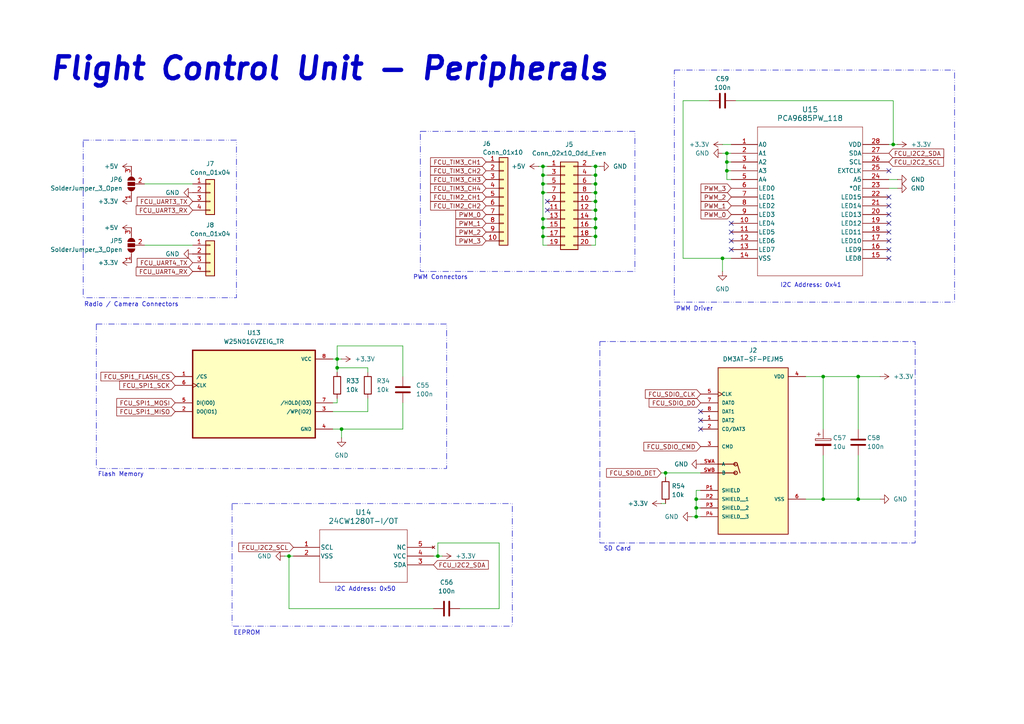
<source format=kicad_sch>
(kicad_sch (version 20250114) (generator "eeschema") (generator_version "9.0")
  (paper "A4")
  (title_block (title "Flight Control Unit - Peripherals") (rev "0.1.2") (company "Breno Soares Alves"))
  (lib_symbols
    (symbol "Aircraft_Components:24CW1280T-I_OT" (pin_names (offset 0.254))
      (property "Reference" "U" (at 20.32 10.16 0))
      (property "Value" "24CW1280T-I/OT" (at 20.32 7.62 0))
      (symbol "24CW1280T-I_OT_0_1"
        (polyline (pts (xy 7.62 5.08) (xy 7.62 -10.16)) (stroke (width 0.127)))
        (polyline (pts (xy 7.62 -10.16) (xy 33.02 -10.16)) (stroke (width 0.127)))
        (polyline (pts (xy 33.02 5.08) (xy 7.62 5.08)) (stroke (width 0.127)))
        (polyline (pts (xy 33.02 -10.16) (xy 33.02 5.08)) (stroke (width 0.127)))
        (pin unspecified line (at 0 0 0) (length 7.62) (name "SCL") (number "1"))
        (pin power_out line (at 0 -2.54 0) (length 7.62) (name "VSS") (number "2"))
        (pin no_connect line (at 40.64 0 180) (length 7.62) (name "NC") (number "5"))
        (pin power_in line (at 40.64 -2.54 180) (length 7.62) (name "VCC") (number "4"))
        (pin unspecified line (at 40.64 -5.08 180) (length 7.62) (name "SDA") (number "3"))
      )
    )
    (symbol "Aircraft_Components:DM3AT-SF-PEJM5" (pin_names (offset 1.016))
      (property "Reference" "J" (at -10.16 20.828 0))
      (property "Value" "DM3AT-SF-PEJM5" (at -10.16 -30.48 0))
      (symbol "DM3AT-SF-PEJM5_0_0"
        (polyline (pts (xy -10.16 -7.62) (xy -5.08 -7.62)) (stroke (width 0.254)))
        (polyline (pts (xy -10.16 -10.16) (xy -5.08 -10.16)) (stroke (width 0.254)))
        (rectangle (start -10.16 -27.94) (end 10.16 20.32) (stroke (width 0.254)) (fill (type background)))
        (circle (center -5.08 -7.62) (radius 0.508) (stroke (width 0.254)))
        (circle (center -5.08 -10.16) (radius 0.508) (stroke (width 0.254)))
        (polyline (pts (xy -4.572 -7.62) (xy -3.81 -10.16)) (stroke (width 0.254)))
        (pin bidirectional clock (at -15.24 12.7 0) (length 5.08) (name "CLK") (number "5"))
        (pin bidirectional line (at -15.24 10.16 0) (length 5.08) (name "DAT0") (number "7"))
        (pin bidirectional line (at -15.24 7.62 0) (length 5.08) (name "DAT1") (number "8"))
        (pin bidirectional line (at -15.24 5.08 0) (length 5.08) (name "DAT2") (number "1"))
        (pin bidirectional line (at -15.24 2.54 0) (length 5.08) (name "CD/DAT3") (number "2"))
        (pin bidirectional line (at -15.24 -2.54 0) (length 5.08) (name "CMD") (number "3"))
        (pin bidirectional line (at -15.24 -7.62 0) (length 5.08) (name "A") (number "SWA"))
        (pin bidirectional line (at -15.24 -10.16 0) (length 5.08) (name "B") (number "SWB"))
        (pin passive line (at -15.24 -15.24 0) (length 5.08) (name "SHIELD") (number "P1"))
        (pin passive line (at -15.24 -17.78 0) (length 5.08) (name "SHIELD__1") (number "P2"))
        (pin passive line (at -15.24 -20.32 0) (length 5.08) (name "SHIELD__2") (number "P3"))
        (pin passive line (at -15.24 -22.86 0) (length 5.08) (name "SHIELD__3") (number "P4"))
        (pin power_in line (at 15.24 17.78 180) (length 5.08) (name "VDD") (number "4"))
        (pin power_in line (at 15.24 -17.78 180) (length 5.08) (name "VSS") (number "6"))
      )
    )
    (symbol "Aircraft_Components:PCA9685PW_118" (pin_names (offset 0.254))
      (property "Reference" "U" (at 22.86 10.16 0))
      (property "Value" "PCA9685PW_118" (at 22.86 7.62 0))
      (symbol "PCA9685PW_118_0_1"
        (polyline (pts (xy 7.62 5.08) (xy 7.62 -38.1)) (stroke (width 0.127)))
        (polyline (pts (xy 7.62 -38.1) (xy 38.1 -38.1)) (stroke (width 0.127)))
        (polyline (pts (xy 38.1 5.08) (xy 7.62 5.08)) (stroke (width 0.127)))
        (polyline (pts (xy 38.1 -38.1) (xy 38.1 5.08)) (stroke (width 0.127)))
        (pin input line (at 0 0 0) (length 7.62) (name "A0") (number "1"))
        (pin input line (at 0 -2.54 0) (length 7.62) (name "A1") (number "2"))
        (pin output line (at 0 -5.08 0) (length 7.62) (name "A2") (number "3"))
        (pin output line (at 0 -7.62 0) (length 7.62) (name "A3") (number "4"))
        (pin output line (at 0 -10.16 0) (length 7.62) (name "A4") (number "5"))
        (pin output line (at 0 -12.7 0) (length 7.62) (name "LED0") (number "6"))
        (pin output line (at 0 -15.24 0) (length 7.62) (name "LED1") (number "7"))
        (pin output line (at 0 -17.78 0) (length 7.62) (name "LED2") (number "8"))
        (pin output line (at 0 -20.32 0) (length 7.62) (name "LED3") (number "9"))
        (pin output line (at 0 -22.86 0) (length 7.62) (name "LED4") (number "10"))
        (pin power_out line (at 0 -25.4 0) (length 7.62) (name "LED5") (number "11"))
        (pin output line (at 0 -27.94 0) (length 7.62) (name "LED6") (number "12"))
        (pin output line (at 0 -30.48 0) (length 7.62) (name "LED7") (number "13"))
        (pin output line (at 0 -33.02 0) (length 7.62) (name "VSS") (number "14"))
        (pin input line (at 45.72 0 180) (length 7.62) (name "VDD") (number "28"))
        (pin input line (at 45.72 -2.54 180) (length 7.62) (name "SDA") (number "27"))
        (pin input line (at 45.72 -5.08 180) (length 7.62) (name "SCL") (number "26"))
        (pin power_in line (at 45.72 -7.62 180) (length 7.62) (name "EXTCLK") (number "25"))
        (pin bidirectional line (at 45.72 -10.16 180) (length 7.62) (name "A5") (number "24"))
        (pin input line (at 45.72 -12.7 180) (length 7.62) (name "*OE") (number "23"))
        (pin input line (at 45.72 -15.24 180) (length 7.62) (name "LED15") (number "22"))
        (pin bidirectional line (at 45.72 -17.78 180) (length 7.62) (name "LED14") (number "21"))
        (pin input line (at 45.72 -20.32 180) (length 7.62) (name "LED13") (number "20"))
        (pin output line (at 45.72 -22.86 180) (length 7.62) (name "LED12") (number "19"))
        (pin output line (at 45.72 -25.4 180) (length 7.62) (name "LED11") (number "18"))
        (pin output line (at 45.72 -27.94 180) (length 7.62) (name "LED10") (number "17"))
        (pin output line (at 45.72 -30.48 180) (length 7.62) (name "LED9") (number "16"))
        (pin output line (at 45.72 -33.02 180) (length 7.62) (name "LED8") (number "15"))
      )
    )
    (symbol "Aircraft_Components:W25N01GVZEIG_TR" (pin_names (offset 1.016))
      (property "Reference" "U" (at -17.78 13.7 0))
      (property "Value" "W25N01GVZEIG_TR" (at -17.78 -16.7 0))
      (symbol "W25N01GVZEIG_TR_0_0"
        (rectangle (start -17.78 12.7) (end 17.78 -12.7) (stroke (width 0.41)) (fill (type background)))
        (pin input line (at -22.86 5.08 0) (length 5.08) (name "/CS") (number "1"))
        (pin input clock (at -22.86 2.54 0) (length 5.08) (name "CLK") (number "6"))
        (pin bidirectional line (at -22.86 -2.54 0) (length 5.08) (name "DI(IO0)") (number "5"))
        (pin bidirectional line (at -22.86 -5.08 0) (length 5.08) (name "DO(IO1)") (number "2"))
        (pin power_in line (at 22.86 10.16 180) (length 5.08) (name "VCC") (number "8"))
        (pin bidirectional line (at 22.86 -2.54 180) (length 5.08) (name "/HOLD(IO3)") (number "7"))
        (pin bidirectional line (at 22.86 -5.08 180) (length 5.08) (name "/WP(IO2)") (number "3"))
        (pin power_in line (at 22.86 -10.16 180) (length 5.08) (name "GND") (number "4"))
      )
    )
    (symbol "Connector_Generic:Conn_01x04" (pin_names (offset 1.016) (hide yes))
      (property "Reference" "J" (at 0 5.08 0))
      (property "Value" "Conn_01x04" (at 0 -7.62 0))
      (symbol "Conn_01x04_1_1"
        (rectangle (start -1.27 3.81) (end 1.27 -6.35) (stroke (width 0.254)) (fill (type background)))
        (rectangle (start -1.27 2.667) (end 0 2.413) (stroke (width 0.1524)))
        (rectangle (start -1.27 0.127) (end 0 -0.127) (stroke (width 0.1524)))
        (rectangle (start -1.27 -2.413) (end 0 -2.667) (stroke (width 0.1524)))
        (rectangle (start -1.27 -4.953) (end 0 -5.207) (stroke (width 0.1524)))
        (pin passive line (at -5.08 2.54 0) (length 3.81) (name "Pin_1") (number "1"))
        (pin passive line (at -5.08 0 0) (length 3.81) (name "Pin_2") (number "2"))
        (pin passive line (at -5.08 -2.54 0) (length 3.81) (name "Pin_3") (number "3"))
        (pin passive line (at -5.08 -5.08 0) (length 3.81) (name "Pin_4") (number "4"))
      )
    )
    (symbol "Connector_Generic:Conn_01x10" (pin_names (offset 1.016) (hide yes))
      (property "Reference" "J" (at 0 12.7 0))
      (property "Value" "Conn_01x10" (at 0 -15.24 0))
      (symbol "Conn_01x10_1_1"
        (rectangle (start -1.27 11.43) (end 1.27 -13.97) (stroke (width 0.254)) (fill (type background)))
        (rectangle (start -1.27 10.287) (end 0 10.033) (stroke (width 0.1524)))
        (rectangle (start -1.27 7.747) (end 0 7.493) (stroke (width 0.1524)))
        (rectangle (start -1.27 5.207) (end 0 4.953) (stroke (width 0.1524)))
        (rectangle (start -1.27 2.667) (end 0 2.413) (stroke (width 0.1524)))
        (rectangle (start -1.27 0.127) (end 0 -0.127) (stroke (width 0.1524)))
        (rectangle (start -1.27 -2.413) (end 0 -2.667) (stroke (width 0.1524)))
        (rectangle (start -1.27 -4.953) (end 0 -5.207) (stroke (width 0.1524)))
        (rectangle (start -1.27 -7.493) (end 0 -7.747) (stroke (width 0.1524)))
        (rectangle (start -1.27 -10.033) (end 0 -10.287) (stroke (width 0.1524)))
        (rectangle (start -1.27 -12.573) (end 0 -12.827) (stroke (width 0.1524)))
        (pin passive line (at -5.08 10.16 0) (length 3.81) (name "Pin_1") (number "1"))
        (pin passive line (at -5.08 7.62 0) (length 3.81) (name "Pin_2") (number "2"))
        (pin passive line (at -5.08 5.08 0) (length 3.81) (name "Pin_3") (number "3"))
        (pin passive line (at -5.08 2.54 0) (length 3.81) (name "Pin_4") (number "4"))
        (pin passive line (at -5.08 0 0) (length 3.81) (name "Pin_5") (number "5"))
        (pin passive line (at -5.08 -2.54 0) (length 3.81) (name "Pin_6") (number "6"))
        (pin passive line (at -5.08 -5.08 0) (length 3.81) (name "Pin_7") (number "7"))
        (pin passive line (at -5.08 -7.62 0) (length 3.81) (name "Pin_8") (number "8"))
        (pin passive line (at -5.08 -10.16 0) (length 3.81) (name "Pin_9") (number "9"))
        (pin passive line (at -5.08 -12.7 0) (length 3.81) (name "Pin_10") (number "10"))
      )
    )
    (symbol "Connector_Generic:Conn_02x10_Odd_Even" (pin_names (offset 1.016) (hide yes))
      (property "Reference" "J" (at 1.27 12.7 0))
      (property "Value" "Conn_02x10_Odd_Even" (at 1.27 -15.24 0))
      (symbol "Conn_02x10_Odd_Even_1_1"
        (rectangle (start -1.27 11.43) (end 3.81 -13.97) (stroke (width 0.254)) (fill (type background)))
        (rectangle (start -1.27 10.287) (end 0 10.033) (stroke (width 0.1524)))
        (rectangle (start -1.27 7.747) (end 0 7.493) (stroke (width 0.1524)))
        (rectangle (start -1.27 5.207) (end 0 4.953) (stroke (width 0.1524)))
        (rectangle (start -1.27 2.667) (end 0 2.413) (stroke (width 0.1524)))
        (rectangle (start -1.27 0.127) (end 0 -0.127) (stroke (width 0.1524)))
        (rectangle (start -1.27 -2.413) (end 0 -2.667) (stroke (width 0.1524)))
        (rectangle (start -1.27 -4.953) (end 0 -5.207) (stroke (width 0.1524)))
        (rectangle (start -1.27 -7.493) (end 0 -7.747) (stroke (width 0.1524)))
        (rectangle (start -1.27 -10.033) (end 0 -10.287) (stroke (width 0.1524)))
        (rectangle (start -1.27 -12.573) (end 0 -12.827) (stroke (width 0.1524)))
        (rectangle (start 3.81 10.287) (end 2.54 10.033) (stroke (width 0.1524)))
        (rectangle (start 3.81 7.747) (end 2.54 7.493) (stroke (width 0.1524)))
        (rectangle (start 3.81 5.207) (end 2.54 4.953) (stroke (width 0.1524)))
        (rectangle (start 3.81 2.667) (end 2.54 2.413) (stroke (width 0.1524)))
        (rectangle (start 3.81 0.127) (end 2.54 -0.127) (stroke (width 0.1524)))
        (rectangle (start 3.81 -2.413) (end 2.54 -2.667) (stroke (width 0.1524)))
        (rectangle (start 3.81 -4.953) (end 2.54 -5.207) (stroke (width 0.1524)))
        (rectangle (start 3.81 -7.493) (end 2.54 -7.747) (stroke (width 0.1524)))
        (rectangle (start 3.81 -10.033) (end 2.54 -10.287) (stroke (width 0.1524)))
        (rectangle (start 3.81 -12.573) (end 2.54 -12.827) (stroke (width 0.1524)))
        (pin passive line (at -5.08 10.16 0) (length 3.81) (name "Pin_1") (number "1"))
        (pin passive line (at -5.08 7.62 0) (length 3.81) (name "Pin_3") (number "3"))
        (pin passive line (at -5.08 5.08 0) (length 3.81) (name "Pin_5") (number "5"))
        (pin passive line (at -5.08 2.54 0) (length 3.81) (name "Pin_7") (number "7"))
        (pin passive line (at -5.08 0 0) (length 3.81) (name "Pin_9") (number "9"))
        (pin passive line (at -5.08 -2.54 0) (length 3.81) (name "Pin_11") (number "11"))
        (pin passive line (at -5.08 -5.08 0) (length 3.81) (name "Pin_13") (number "13"))
        (pin passive line (at -5.08 -7.62 0) (length 3.81) (name "Pin_15") (number "15"))
        (pin passive line (at -5.08 -10.16 0) (length 3.81) (name "Pin_17") (number "17"))
        (pin passive line (at -5.08 -12.7 0) (length 3.81) (name "Pin_19") (number "19"))
        (pin passive line (at 7.62 10.16 180) (length 3.81) (name "Pin_2") (number "2"))
        (pin passive line (at 7.62 7.62 180) (length 3.81) (name "Pin_4") (number "4"))
        (pin passive line (at 7.62 5.08 180) (length 3.81) (name "Pin_6") (number "6"))
        (pin passive line (at 7.62 2.54 180) (length 3.81) (name "Pin_8") (number "8"))
        (pin passive line (at 7.62 0 180) (length 3.81) (name "Pin_10") (number "10"))
        (pin passive line (at 7.62 -2.54 180) (length 3.81) (name "Pin_12") (number "12"))
        (pin passive line (at 7.62 -5.08 180) (length 3.81) (name "Pin_14") (number "14"))
        (pin passive line (at 7.62 -7.62 180) (length 3.81) (name "Pin_16") (number "16"))
        (pin passive line (at 7.62 -10.16 180) (length 3.81) (name "Pin_18") (number "18"))
        (pin passive line (at 7.62 -12.7 180) (length 3.81) (name "Pin_20") (number "20"))
      )
    )
    (symbol "Device:C" (pin_numbers (hide yes)) (pin_names (offset 0.254))
      (property "Reference" "C" (at 0.635 2.54 0))
      (property "Value" "C" (at 0.635 -2.54 0))
      (symbol "C_0_1"
        (polyline (pts (xy -2.032 0.762) (xy 2.032 0.762)) (stroke (width 0.508)))
        (polyline (pts (xy -2.032 -0.762) (xy 2.032 -0.762)) (stroke (width 0.508)))
      )
      (symbol "C_1_1"
        (pin passive line (at 0 3.81 270) (length 2.794) (name "~") (number "1"))
        (pin passive line (at 0 -3.81 90) (length 2.794) (name "~") (number "2"))
      )
    )
    (symbol "Device:C_Polarized" (pin_numbers (hide yes)) (pin_names (offset 0.254))
      (property "Reference" "C" (at 0.635 2.54 0))
      (property "Value" "C_Polarized" (at 0.635 -2.54 0))
      (symbol "C_Polarized_0_1"
        (rectangle (start -2.286 0.508) (end 2.286 1.016))
        (polyline (pts (xy -1.778 2.286) (xy -0.762 2.286)))
        (polyline (pts (xy -1.27 2.794) (xy -1.27 1.778)))
        (rectangle (start 2.286 -0.508) (end -2.286 -1.016) (fill (type outline)))
      )
      (symbol "C_Polarized_1_1"
        (pin passive line (at 0 3.81 270) (length 2.794) (name "~") (number "1"))
        (pin passive line (at 0 -3.81 90) (length 2.794) (name "~") (number "2"))
      )
    )
    (symbol "Device:R" (pin_numbers (hide yes)) (pin_names (offset 0))
      (property "Reference" "R" (at 2.032 0 90))
      (property "Value" "R" (at 0 0 90))
      (symbol "R_0_1"
        (rectangle (start -1.016 -2.54) (end 1.016 2.54) (stroke (width 0.254)))
      )
      (symbol "R_1_1"
        (pin passive line (at 0 3.81 270) (length 1.27) (name "~") (number "1"))
        (pin passive line (at 0 -3.81 90) (length 1.27) (name "~") (number "2"))
      )
    )
    (symbol "Jumper:SolderJumper_3_Open" (pin_names (offset 0) (hide yes)) (in_bom no)
      (property "Reference" "JP" (at -2.54 -2.54 0))
      (property "Value" "SolderJumper_3_Open" (at 0 2.794 0))
      (symbol "SolderJumper_3_Open_0_1"
        (polyline (pts (xy -2.54 0) (xy -2.032 0)))
        (polyline (pts (xy -1.016 1.016) (xy -1.016 -1.016)))
        (arc (start -1.016 -1.016) (mid -2.0276 0) (end -1.016 1.016))
        (arc (start -1.016 -1.016) (mid -2.0276 0) (end -1.016 1.016) (fill (type outline)))
        (rectangle (start -0.508 1.016) (end 0.508 -1.016) (fill (type outline)))
        (polyline (pts (xy 0 -1.27) (xy 0 -1.016)))
        (arc (start 1.016 1.016) (mid 2.0276 0) (end 1.016 -1.016))
        (arc (start 1.016 1.016) (mid 2.0276 0) (end 1.016 -1.016) (fill (type outline)))
        (polyline (pts (xy 1.016 1.016) (xy 1.016 -1.016)))
        (polyline (pts (xy 2.54 0) (xy 2.032 0)))
      )
      (symbol "SolderJumper_3_Open_1_1"
        (pin passive line (at -5.08 0 0) (length 2.54) (name "A") (number "1"))
        (pin passive line (at 0 -3.81 90) (length 2.54) (name "C") (number "2"))
        (pin passive line (at 5.08 0 180) (length 2.54) (name "B") (number "3"))
      )
    )
    (symbol "power:+3.3V" (power) (pin_numbers (hide yes)) (pin_names (offset 0) (hide yes))
      (property "Value" "+3.3V" (at 0 3.556 0))
      (symbol "+3.3V_0_1"
        (polyline (pts (xy -0.762 1.27) (xy 0 2.54)))
        (polyline (pts (xy 0 2.54) (xy 0.762 1.27)))
        (polyline (pts (xy 0 0) (xy 0 2.54)))
      )
      (symbol "+3.3V_1_1"
        (pin power_in line (at 0 0 90) (length 0) (name "~") (number "1"))
      )
    )
    (symbol "power:+5V" (power) (pin_numbers (hide yes)) (pin_names (offset 0) (hide yes))
      (property "Value" "+5V" (at 0 3.556 0))
      (symbol "+5V_0_1"
        (polyline (pts (xy -0.762 1.27) (xy 0 2.54)))
        (polyline (pts (xy 0 2.54) (xy 0.762 1.27)))
        (polyline (pts (xy 0 0) (xy 0 2.54)))
      )
      (symbol "+5V_1_1"
        (pin power_in line (at 0 0 90) (length 0) (name "~") (number "1"))
      )
    )
    (symbol "power:GND" (power) (pin_numbers (hide yes)) (pin_names (offset 0) (hide yes))
      (property "Value" "GND" (at 0 -3.81 0))
      (symbol "GND_0_1"
        (polyline (pts (xy 0 0) (xy 0 -1.27) (xy 1.27 -1.27) (xy 0 -2.54) (xy -1.27 -1.27) (xy 0 -1.27)))
      )
      (symbol "GND_1_1"
        (pin power_in line (at 0 0 270) (length 0) (name "~") (number "1"))
      )
    )
  )
  (rectangle (start 27.94 93.98) (end 129.54 135.89) (stroke (width 0) (type dash_dot_dot)))
  (rectangle (start 173.99 99.06) (end 265.43 157.48) (stroke (width 0) (type dash_dot)))
  (rectangle (start 24.13 40.64) (end 68.58 86.36) (stroke (width 0) (type dash_dot_dot)))
  (rectangle (start 67.31 146.05) (end 148.59 181.61) (stroke (width 0) (type dash_dot_dot)))
  (rectangle (start 195.58 20.32) (end 276.86 87.63) (stroke (width 0) (type dash_dot_dot)))
  (rectangle (start 121.92 38.1) (end 184.15 78.74) (stroke (width 0) (type dash_dot_dot)))
  (text "I2C Address: 0x50" (at 105.918 170.942 0) (effects (font (size 1.27 1.27))))
  (text "I2C Address: 0x41" (at 235.204 82.804 0) (effects (font (size 1.27 1.27))))
  (text "Radio / Camera Connectors" (at 38.1 88.392 0) (effects (font (size 1.27 1.27))))
  (text "SD Card\n" (at 179.07 159.258 0) (effects (font (size 1.27 1.27))))
  (text "PWM Driver" (at 201.422 89.662 0) (effects (font (size 1.27 1.27))))
  (text "PWM Connectors" (at 127.762 80.518 0) (effects (font (size 1.27 1.27))))
  (text "Flash Memory" (at 35.052 137.668 0) (effects (font (size 1.27 1.27))))
  (text "Flight Control Unit - Peripherals" (at 95.504 20.066 0) (effects (font (size 6.35 6.35) (thickness 1.27) (bold yes) (italic yes))))
  (text "EEPROM" (at 71.628 183.642 0) (effects (font (size 1.27 1.27))))
  (junction (at 97.79 106.68))
  (junction (at 83.82 161.29))
  (junction (at 157.48 50.8))
  (junction (at 157.48 48.26))
  (junction (at 172.72 48.26))
  (junction (at 157.48 68.58))
  (junction (at 172.72 58.42))
  (junction (at 172.72 55.88))
  (junction (at 210.82 46.99))
  (junction (at 238.76 109.22))
  (junction (at 201.93 149.86))
  (junction (at 172.72 60.96))
  (junction (at 238.76 144.78))
  (junction (at 210.82 49.53))
  (junction (at 127 161.29))
  (junction (at 201.93 147.32))
  (junction (at 248.92 109.22))
  (junction (at 259.08 41.91))
  (junction (at 97.79 104.14))
  (junction (at 99.06 124.46))
  (junction (at 201.93 144.78))
  (junction (at 209.55 74.93))
  (junction (at 157.48 66.04))
  (junction (at 172.72 63.5))
  (junction (at 157.48 63.5))
  (junction (at 157.48 55.88))
  (junction (at 193.04 137.16))
  (junction (at 248.92 144.78))
  (junction (at 157.48 53.34))
  (junction (at 172.72 66.04))
  (junction (at 172.72 53.34))
  (junction (at 210.82 44.45))
  (junction (at 172.72 50.8))
  (junction (at 172.72 68.58))
  (no_connect (at 203.2 119.38))
  (no_connect (at 203.2 121.92))
  (no_connect (at 257.81 74.93))
  (no_connect (at 257.81 64.77))
  (no_connect (at 158.75 58.42))
  (no_connect (at 257.81 57.15))
  (no_connect (at 203.2 124.46))
  (no_connect (at 212.09 64.77))
  (no_connect (at 212.09 67.31))
  (no_connect (at 158.75 60.96))
  (no_connect (at 257.81 49.53))
  (no_connect (at 257.81 67.31))
  (no_connect (at 212.09 69.85))
  (no_connect (at 212.09 72.39))
  (no_connect (at 257.81 69.85))
  (no_connect (at 257.81 59.69))
  (no_connect (at 257.81 72.39))
  (no_connect (at 257.81 62.23))
  (wire (pts (xy 193.04 137.16) (xy 193.04 138.43)))
  (wire (pts (xy 201.93 144.78) (xy 201.93 142.24)))
  (wire (pts (xy 96.52 104.14) (xy 97.79 104.14)))
  (wire (pts (xy 82.55 161.29) (xy 83.82 161.29)))
  (wire (pts (xy 127 157.48) (xy 144.78 157.48)))
  (wire (pts (xy 157.48 66.04) (xy 158.75 66.04)))
  (wire (pts (xy 210.82 52.07) (xy 212.09 52.07)))
  (wire (pts (xy 171.45 58.42) (xy 172.72 58.42)))
  (wire (pts (xy 157.48 55.88) (xy 157.48 63.5)))
  (wire (pts (xy 97.79 106.68) (xy 97.79 107.95)))
  (wire (pts (xy 99.06 124.46) (xy 116.84 124.46)))
  (wire (pts (xy 210.82 49.53) (xy 212.09 49.53)))
  (wire (pts (xy 157.48 53.34) (xy 158.75 53.34)))
  (wire (pts (xy 200.66 149.86) (xy 201.93 149.86)))
  (wire (pts (xy 209.55 44.45) (xy 210.82 44.45)))
  (wire (pts (xy 201.93 147.32) (xy 201.93 144.78)))
  (wire (pts (xy 157.48 48.26) (xy 158.75 48.26)))
  (wire (pts (xy 201.93 144.78) (xy 203.2 144.78)))
  (wire (pts (xy 191.77 137.16) (xy 193.04 137.16)))
  (wire (pts (xy 210.82 49.53) (xy 210.82 52.07)))
  (wire (pts (xy 248.92 144.78) (xy 255.27 144.78)))
  (wire (pts (xy 171.45 60.96) (xy 172.72 60.96)))
  (wire (pts (xy 238.76 144.78) (xy 248.92 144.78)))
  (wire (pts (xy 116.84 100.33) (xy 116.84 109.22)))
  (wire (pts (xy 157.48 50.8) (xy 158.75 50.8)))
  (wire (pts (xy 201.93 142.24) (xy 203.2 142.24)))
  (wire (pts (xy 255.27 109.22) (xy 248.92 109.22)))
  (wire (pts (xy 172.72 48.26) (xy 173.99 48.26)))
  (wire (pts (xy 172.72 58.42) (xy 172.72 60.96)))
  (wire (pts (xy 172.72 63.5) (xy 172.72 66.04)))
  (wire (pts (xy 97.79 104.14) (xy 99.06 104.14)))
  (wire (pts (xy 171.45 50.8) (xy 172.72 50.8)))
  (wire (pts (xy 257.81 54.61) (xy 260.35 54.61)))
  (wire (pts (xy 157.48 71.12) (xy 158.75 71.12)))
  (wire (pts (xy 238.76 109.22) (xy 238.76 124.46)))
  (wire (pts (xy 106.68 106.68) (xy 97.79 106.68)))
  (wire (pts (xy 209.55 41.91) (xy 212.09 41.91)))
  (wire (pts (xy 248.92 109.22) (xy 238.76 109.22)))
  (wire (pts (xy 116.84 124.46) (xy 116.84 116.84)))
  (wire (pts (xy 156.21 48.26) (xy 157.48 48.26)))
  (wire (pts (xy 198.12 29.21) (xy 205.74 29.21)))
  (wire (pts (xy 96.52 116.84) (xy 97.79 116.84)))
  (wire (pts (xy 209.55 78.74) (xy 209.55 74.93)))
  (wire (pts (xy 127 161.29) (xy 127 157.48)))
  (wire (pts (xy 172.72 71.12) (xy 171.45 71.12)))
  (wire (pts (xy 172.72 68.58) (xy 171.45 68.58)))
  (wire (pts (xy 210.82 44.45) (xy 210.82 46.99)))
  (wire (pts (xy 201.93 147.32) (xy 203.2 147.32)))
  (wire (pts (xy 96.52 119.38) (xy 106.68 119.38)))
  (wire (pts (xy 172.72 66.04) (xy 171.45 66.04)))
  (wire (pts (xy 257.81 52.07) (xy 260.35 52.07)))
  (wire (pts (xy 106.68 107.95) (xy 106.68 106.68)))
  (wire (pts (xy 172.72 53.34) (xy 172.72 50.8)))
  (wire (pts (xy 172.72 66.04) (xy 172.72 68.58)))
  (wire (pts (xy 97.79 116.84) (xy 97.79 115.57)))
  (wire (pts (xy 41.91 53.34) (xy 55.88 53.34)))
  (wire (pts (xy 201.93 149.86) (xy 201.93 147.32)))
  (wire (pts (xy 157.48 66.04) (xy 157.48 63.5)))
  (wire (pts (xy 99.06 124.46) (xy 96.52 124.46)))
  (wire (pts (xy 106.68 119.38) (xy 106.68 115.57)))
  (wire (pts (xy 172.72 55.88) (xy 172.72 53.34)))
  (wire (pts (xy 83.82 176.53) (xy 125.73 176.53)))
  (wire (pts (xy 97.79 104.14) (xy 97.79 106.68)))
  (wire (pts (xy 157.48 53.34) (xy 157.48 55.88)))
  (wire (pts (xy 172.72 50.8) (xy 172.72 48.26)))
  (wire (pts (xy 210.82 46.99) (xy 210.82 49.53)))
  (wire (pts (xy 259.08 29.21) (xy 259.08 41.91)))
  (wire (pts (xy 172.72 58.42) (xy 172.72 55.88)))
  (wire (pts (xy 157.48 48.26) (xy 157.48 50.8)))
  (wire (pts (xy 172.72 60.96) (xy 172.72 63.5)))
  (wire (pts (xy 133.35 176.53) (xy 144.78 176.53)))
  (wire (pts (xy 99.06 127) (xy 99.06 124.46)))
  (wire (pts (xy 157.48 68.58) (xy 157.48 66.04)))
  (wire (pts (xy 83.82 161.29) (xy 85.09 161.29)))
  (wire (pts (xy 213.36 29.21) (xy 259.08 29.21)))
  (wire (pts (xy 238.76 109.22) (xy 233.68 109.22)))
  (wire (pts (xy 97.79 104.14) (xy 97.79 100.33)))
  (wire (pts (xy 257.81 41.91) (xy 259.08 41.91)))
  (wire (pts (xy 201.93 149.86) (xy 203.2 149.86)))
  (wire (pts (xy 171.45 53.34) (xy 172.72 53.34)))
  (wire (pts (xy 259.08 41.91) (xy 260.35 41.91)))
  (wire (pts (xy 41.91 71.12) (xy 55.88 71.12)))
  (wire (pts (xy 248.92 132.08) (xy 248.92 144.78)))
  (wire (pts (xy 191.77 146.05) (xy 193.04 146.05)))
  (wire (pts (xy 171.45 48.26) (xy 172.72 48.26)))
  (wire (pts (xy 172.72 63.5) (xy 171.45 63.5)))
  (wire (pts (xy 209.55 74.93) (xy 212.09 74.93)))
  (wire (pts (xy 198.12 74.93) (xy 198.12 29.21)))
  (wire (pts (xy 157.48 68.58) (xy 158.75 68.58)))
  (wire (pts (xy 172.72 68.58) (xy 172.72 71.12)))
  (wire (pts (xy 97.79 100.33) (xy 116.84 100.33)))
  (wire (pts (xy 233.68 144.78) (xy 238.76 144.78)))
  (wire (pts (xy 157.48 55.88) (xy 158.75 55.88)))
  (wire (pts (xy 210.82 46.99) (xy 212.09 46.99)))
  (wire (pts (xy 209.55 74.93) (xy 198.12 74.93)))
  (wire (pts (xy 238.76 132.08) (xy 238.76 144.78)))
  (wire (pts (xy 171.45 55.88) (xy 172.72 55.88)))
  (wire (pts (xy 248.92 109.22) (xy 248.92 124.46)))
  (wire (pts (xy 127 161.29) (xy 128.27 161.29)))
  (wire (pts (xy 193.04 137.16) (xy 203.2 137.16)))
  (wire (pts (xy 125.73 161.29) (xy 127 161.29)))
  (wire (pts (xy 144.78 157.48) (xy 144.78 176.53)))
  (wire (pts (xy 157.48 68.58) (xy 157.48 71.12)))
  (wire (pts (xy 157.48 63.5) (xy 158.75 63.5)))
  (wire (pts (xy 83.82 161.29) (xy 83.82 176.53)))
  (wire (pts (xy 210.82 44.45) (xy 212.09 44.45)))
  (wire (pts (xy 157.48 50.8) (xy 157.48 53.34)))
  (global_label "FCU_UART4_TX" (shape input) (at 55.88 76.2 180) (property "Intersheetrefs" "${INTERSHEET_REFS}" (effects (hide yes))))
  (global_label "PWM_3" (shape input) (at 212.09 54.61 180) (property "Intersheetrefs" "${INTERSHEET_REFS}" (effects (hide yes))))
  (global_label "PWM_0" (shape input) (at 140.97 62.23 180) (property "Intersheetrefs" "${INTERSHEET_REFS}" (effects (hide yes))))
  (global_label "FCU_SPI1_MISO" (shape input) (at 50.8 119.38 180) (property "Intersheetrefs" "${INTERSHEET_REFS}" (effects (hide yes))))
  (global_label "PWM_1" (shape input) (at 212.09 59.69 180) (property "Intersheetrefs" "${INTERSHEET_REFS}" (effects (hide yes))))
  (global_label "PWM_3" (shape input) (at 140.97 69.85 180) (property "Intersheetrefs" "${INTERSHEET_REFS}" (effects (hide yes))))
  (global_label "FCU_TIM3_CH4" (shape input) (at 140.97 54.61 180) (property "Intersheetrefs" "${INTERSHEET_REFS}" (effects (hide yes))))
  (global_label "FCU_UART3_TX" (shape input) (at 55.88 58.42 180) (property "Intersheetrefs" "${INTERSHEET_REFS}" (effects (hide yes))))
  (global_label "FCU_SDIO_CMD" (shape input) (at 203.2 129.54 180) (property "Intersheetrefs" "${INTERSHEET_REFS}" (effects (hide yes))))
  (global_label "FCU_TIM3_CH1" (shape input) (at 140.97 46.99 180) (property "Intersheetrefs" "${INTERSHEET_REFS}" (effects (hide yes))))
  (global_label "PWM_2" (shape input) (at 140.97 67.31 180) (property "Intersheetrefs" "${INTERSHEET_REFS}" (effects (hide yes))))
  (global_label "PWM_0" (shape input) (at 212.09 62.23 180) (property "Intersheetrefs" "${INTERSHEET_REFS}" (effects (hide yes))))
  (global_label "PWM_2" (shape input) (at 212.09 57.15 180) (property "Intersheetrefs" "${INTERSHEET_REFS}" (effects (hide yes))))
  (global_label "FCU_SPI1_MOSI" (shape input) (at 50.8 116.84 180) (property "Intersheetrefs" "${INTERSHEET_REFS}" (effects (hide yes))))
  (global_label "FCU_TIM2_CH1" (shape input) (at 140.97 57.15 180) (property "Intersheetrefs" "${INTERSHEET_REFS}" (effects (hide yes))))
  (global_label "FCU_SPI1_SCK" (shape input) (at 50.8 111.76 180) (property "Intersheetrefs" "${INTERSHEET_REFS}" (effects (hide yes))))
  (global_label "FCU_TIM3_CH3" (shape input) (at 140.97 52.07 180) (property "Intersheetrefs" "${INTERSHEET_REFS}" (effects (hide yes))))
  (global_label "FCU_SDIO_CLK" (shape input) (at 203.2 114.3 180) (property "Intersheetrefs" "${INTERSHEET_REFS}" (effects (hide yes))))
  (global_label "FCU_SPI1_FLASH_CS" (shape input) (at 50.8 109.22 180) (property "Intersheetrefs" "${INTERSHEET_REFS}" (effects (hide yes))))
  (global_label "FCU_SDIO_DET" (shape input) (at 191.77 137.16 180) (property "Intersheetrefs" "${INTERSHEET_REFS}" (effects (hide yes))))
  (global_label "FCU_TIM2_CH2" (shape input) (at 140.97 59.69 180) (property "Intersheetrefs" "${INTERSHEET_REFS}" (effects (hide yes))))
  (global_label "PWM_1" (shape input) (at 140.97 64.77 180) (property "Intersheetrefs" "${INTERSHEET_REFS}" (effects (hide yes))))
  (global_label "FCU_UART4_RX" (shape input) (at 55.88 78.74 180) (property "Intersheetrefs" "${INTERSHEET_REFS}" (effects (hide yes))))
  (global_label "FCU_TIM3_CH2" (shape input) (at 140.97 49.53 180) (property "Intersheetrefs" "${INTERSHEET_REFS}" (effects (hide yes))))
  (global_label "FCU_UART3_RX" (shape input) (at 55.88 60.96 180) (property "Intersheetrefs" "${INTERSHEET_REFS}" (effects (hide yes))))
  (global_label "FCU_I2C2_SDA" (shape input) (at 257.81 44.45 0) (property "Intersheetrefs" "${INTERSHEET_REFS}" (effects (hide yes))))
  (global_label "FCU_SDIO_D0" (shape input) (at 203.2 116.84 180) (property "Intersheetrefs" "${INTERSHEET_REFS}" (effects (hide yes))))
  (global_label "FCU_I2C2_SDA" (shape input) (at 125.73 163.83 0) (property "Intersheetrefs" "${INTERSHEET_REFS}" (effects (hide yes))))
  (global_label "FCU_I2C2_SCL" (shape input) (at 85.09 158.75 180) (property "Intersheetrefs" "${INTERSHEET_REFS}" (effects (hide yes))))
  (global_label "FCU_I2C2_SCL" (shape input) (at 257.81 46.99 0) (property "Intersheetrefs" "${INTERSHEET_REFS}" (effects (hide yes))))
  (symbol (lib_id "power:+5V") (at 38.1 48.26 90) (unit 1)
    (property "Reference" "#PWR099" (effects (hide yes)))
    (property "Value" "+5V" (at 34.29 48.2599 90) (effects (justify left)))
    (property "Description" "Power symbol creates a global label with name \"+5V\"" (effects (hide yes)))
  )
  (symbol (lib_id "Aircraft_Components:DM3AT-SF-PEJM5") (at 218.44 127 0) (unit 1)
    (property "Reference" "J2" (at 218.44 101.6 0))
    (property "Value" "DM3AT-SF-PEJM5" (at 218.44 104.14 0))
    (property "Footprint" "Aircraft_Footprints:HRS_DM3AT-SF-PEJM5" (effects (hide yes)))
    (property "Description" "MicroSD card socket" (effects (hide yes)))
    (property "PARTREV" "20200913" (effects (hide yes)))
    (property "STANDARD" "Manufacturer Recommendations" (effects (hide yes)))
    (property "MAXIMUM_PACKAGE_HEIGHT" "1.83 mm" (effects (hide yes)))
    (property "MANUFACTURER" "Hirose Electric Co Ltd" (effects (hide yes)))
    (property "Digikey_Link" "https://www.digikey.com.br/pt/products/detail/hirose-electric-co-ltd/DM3AT-SF-PEJM5/2533565" (effects (hide yes)))
    (property "MPN" "DM3AT-SF-PEJM5" (effects (hide yes)))
  )
  (symbol (lib_id "Device:C") (at 116.84 113.03 0) (unit 1)
    (property "Reference" "C55" (at 120.65 111.7599 0) (effects (justify left)))
    (property "Value" "100n" (at 120.65 114.2999 0) (effects (justify left)))
    (property "Footprint" "Capacitor_SMD:C_0402_1005Metric" (effects (hide yes)))
    (property "Description" "Ceramic capacitor, 100 nF, 25 V, X7R" (effects (hide yes)))
    (property "Digikey_Link" "https://www.digikey.com.br/pt/products/detail/kemet/C0603C104K8RACTU/411094" (effects (hide yes)))
    (property "MPN" "C0603C104K8RACTU" (effects (hide yes)))
  )
  (symbol (lib_id "power:GND") (at 200.66 149.86 270) (unit 1)
    (property "Reference" "#PWR0138" (effects (hide yes)))
    (property "Value" "GND" (at 196.85 149.8599 90) (effects (justify right)))
    (property "Description" "Power symbol creates a global label with name \"GND\" , ground" (effects (hide yes)))
  )
  (symbol (lib_id "power:+3.3V") (at 260.35 41.91 270) (unit 1)
    (property "Reference" "#PWR0107" (effects (hide yes)))
    (property "Value" "+3.3V" (at 264.16 41.9099 90) (effects (justify left)))
    (property "Description" "Power symbol creates a global label with name \"+3.3V\"" (effects (hide yes)))
  )
  (symbol (lib_id "power:GND") (at 55.88 73.66 270) (mirror x) (unit 1)
    (property "Reference" "#PWR097" (effects (hide yes)))
    (property "Value" "GND" (at 52.07 73.6599 90) (effects (justify right)))
    (property "Description" "Power symbol creates a global label with name \"GND\" , ground" (effects (hide yes)))
  )
  (symbol (lib_id "power:+5V") (at 38.1 66.04 90) (unit 1)
    (property "Reference" "#PWR096" (effects (hide yes)))
    (property "Value" "+5V" (at 34.29 66.0399 90) (effects (justify left)))
    (property "Description" "Power symbol creates a global label with name \"+5V\"" (effects (hide yes)))
  )
  (symbol (lib_id "power:GND") (at 203.2 134.62 270) (unit 1)
    (property "Reference" "#PWR0139" (effects (hide yes)))
    (property "Value" "GND" (at 199.644 134.62 90) (effects (justify right)))
    (property "Description" "Power symbol creates a global label with name \"GND\" , ground" (effects (hide yes)))
  )
  (symbol (lib_id "Connector_Generic:Conn_02x10_Odd_Even") (at 163.83 58.42 0) (unit 1)
    (property "Reference" "J5" (at 165.1 41.91 0))
    (property "Value" "Conn_02x10_Odd_Even" (at 165.1 44.45 0))
    (property "Footprint" "Connector_PinHeader_2.54mm:PinHeader_2x10_P2.54mm_Vertical" (effects (hide yes)))
    (property "Description" "Generic connector, double row, 02x10, odd/even pin numbering scheme (row 1 odd numbers, row 2 even numbers), script generated (kicad-library-utils/schlib/autogen/connector/)" (effects (hide yes)))
  )
  (symbol (lib_id "Device:R") (at 106.68 111.76 0) (unit 1)
    (property "Reference" "R34" (at 109.22 110.4899 0) (effects (justify left)))
    (property "Value" "10k" (at 109.22 113.0299 0) (effects (justify left)))
    (property "Footprint" "Resistor_SMD:R_0402_1005Metric" (effects (hide yes)))
    (property "Description" "Resistor, 10 kΩ, 1 %, 0.1 W" (effects (hide yes)))
    (property "Digikey_Link" "https://www.digikey.com.br/pt/products/detail/yageo/RC0603FR-0710KL/726880" (effects (hide yes)))
    (property "MPN" "RC0603FR-0710KL" (effects (hide yes)))
  )
  (symbol (lib_id "Device:C") (at 129.54 176.53 270) (unit 1)
    (property "Reference" "C56" (at 129.54 168.91 90))
    (property "Value" "100n" (at 129.54 171.45 90))
    (property "Footprint" "Capacitor_SMD:C_0402_1005Metric" (effects (hide yes)))
    (property "Description" "Ceramic capacitor, 100 nF, 25 V, X7R" (effects (hide yes)))
    (property "Digikey_Link" "https://www.digikey.com.br/pt/products/detail/kemet/C0603C104K8RACTU/411094" (effects (hide yes)))
    (property "MPN" "C0603C104K8RACTU" (effects (hide yes)))
  )
  (symbol (lib_id "Aircraft_Components:PCA9685PW_118") (at 212.09 41.91 0) (unit 1)
    (property "Reference" "U15" (at 234.95 31.75 0) (effects (font (size 1.524 1.524))))
    (property "Value" "PCA9685PW_118" (at 234.95 34.29 0) (effects (font (size 1.524 1.524))))
    (property "Footprint" "Aircraft_Footprints:TSSOP28_SOT361-1_NXP" (effects (hide yes)))
    (property "Datasheet" "PCA9685PW_118" (effects (hide yes)))
    (property "Description" "PWM controller, 16 channels" (effects (hide yes)))
    (property "Digikey_Link" "https://www.digikey.com.br/pt/products/detail/nxp-usa-inc/pca9685pw-118/2034325" (effects (hide yes)))
    (property "MPN" "PCA9685PW,118" (effects (hide yes)))
  )
  (symbol (lib_id "Jumper:SolderJumper_3_Open") (at 38.1 71.12 90) (unit 1) (in_bom no)
    (property "Reference" "JP5" (at 35.56 69.8499 90) (effects (justify left)))
    (property "Value" "SolderJumper_3_Open" (at 35.56 72.3899 90) (effects (justify left)))
    (property "Footprint" "Jumper:SolderJumper-3_P1.3mm_Open_RoundedPad1.0x1.5mm_NumberLabels" (effects (hide yes)))
    (property "Description" "Solder Jumper, 3-pole, open" (effects (hide yes)))
  )
  (symbol (lib_id "power:+3.3V") (at 99.06 104.14 270) (unit 1)
    (property "Reference" "#PWR092" (effects (hide yes)))
    (property "Value" "+3.3V" (at 102.87 104.1399 90) (effects (justify left)))
    (property "Description" "Power symbol creates a global label with name \"+3.3V\"" (effects (hide yes)))
  )
  (symbol (lib_id "power:+3.3V") (at 191.77 146.05 90) (unit 1)
    (property "Reference" "#PWR0141" (effects (hide yes)))
    (property "Value" "+3.3V" (at 187.96 146.0499 90) (effects (justify left)))
    (property "Description" "Power symbol creates a global label with name \"+3.3V\"" (effects (hide yes)))
  )
  (symbol (lib_id "Device:R") (at 97.79 111.76 0) (unit 1)
    (property "Reference" "R33" (at 100.33 110.4899 0) (effects (justify left)))
    (property "Value" "10k" (at 100.33 113.0299 0) (effects (justify left)))
    (property "Footprint" "Resistor_SMD:R_0402_1005Metric" (effects (hide yes)))
    (property "Description" "Resistor, 10 kΩ, 1 %, 0.1 W" (effects (hide yes)))
    (property "Digikey_Link" "https://www.digikey.com.br/pt/products/detail/yageo/RC0603FR-0710KL/726880" (effects (hide yes)))
    (property "MPN" "RC0603FR-0710KL" (effects (hide yes)))
  )
  (symbol (lib_id "power:+5V") (at 156.21 48.26 90) (unit 1)
    (property "Reference" "#PWR089" (effects (hide yes)))
    (property "Value" "+5V" (at 152.4 48.2599 90) (effects (justify left)))
    (property "Description" "Power symbol creates a global label with name \"+5V\"" (effects (hide yes)))
  )
  (symbol (lib_id "Connector_Generic:Conn_01x04") (at 60.96 73.66 0) (unit 1)
    (property "Reference" "J8" (at 60.96 65.278 0))
    (property "Value" "Conn_01x04" (at 60.96 67.818 0))
    (property "Footprint" "Connector_JST:JST_PH_S4B-PH-K_1x04_P2.00mm_Horizontal" (effects (hide yes)))
    (property "Description" "JST-PH connector, 4 pins" (effects (hide yes)))
    (property "Digikey_Link" "https://www.digikey.com.br/pt/products/detail/jst-sales-america-inc/S4B-PH-K-S/926628" (effects (hide yes)))
    (property "MPN" "S4B-PH-K-S" (effects (hide yes)))
  )
  (symbol (lib_id "power:GND") (at 209.55 78.74 0) (unit 1)
    (property "Reference" "#PWR0105" (effects (hide yes)))
    (property "Value" "GND" (at 209.55 83.82 0))
    (property "Description" "Power symbol creates a global label with name \"GND\" , ground" (effects (hide yes)))
  )
  (symbol (lib_id "power:GND") (at 173.99 48.26 90) (unit 1)
    (property "Reference" "#PWR091" (effects (hide yes)))
    (property "Value" "GND" (at 177.8 48.2599 90) (effects (justify right)))
    (property "Description" "Power symbol creates a global label with name \"GND\" , ground" (effects (hide yes)))
  )
  (symbol (lib_id "power:+3.3V") (at 209.55 41.91 90) (unit 1)
    (property "Reference" "#PWR0103" (effects (hide yes)))
    (property "Value" "+3.3V" (at 205.74 41.9099 90) (effects (justify left)))
    (property "Description" "Power symbol creates a global label with name \"+3.3V\"" (effects (hide yes)))
  )
  (symbol (lib_id "power:+3.3V") (at 38.1 58.42 90) (unit 1)
    (property "Reference" "#PWR011" (effects (hide yes)))
    (property "Value" "+3.3V" (at 34.29 58.4199 90) (effects (justify left)))
    (property "Description" "Power symbol creates a global label with name \"+3.3V\"" (effects (hide yes)))
  )
  (symbol (lib_id "power:GND") (at 99.06 127 0) (unit 1)
    (property "Reference" "#PWR093" (effects (hide yes)))
    (property "Value" "GND" (at 99.06 132.08 0))
    (property "Description" "Power symbol creates a global label with name \"GND\" , ground" (effects (hide yes)))
  )
  (symbol (lib_id "power:GND") (at 260.35 54.61 90) (unit 1)
    (property "Reference" "#PWR0109" (effects (hide yes)))
    (property "Value" "GND" (at 264.16 54.6099 90) (effects (justify right)))
    (property "Description" "Power symbol creates a global label with name \"GND\" , ground" (effects (hide yes)))
  )
  (symbol (lib_id "power:+3.3V") (at 128.27 161.29 270) (unit 1)
    (property "Reference" "#PWR098" (effects (hide yes)))
    (property "Value" "+3.3V" (at 132.08 161.2899 90) (effects (justify left)))
    (property "Description" "Power symbol creates a global label with name \"+3.3V\"" (effects (hide yes)))
  )
  (symbol (lib_id "Aircraft_Components:24CW1280T-I_OT") (at 85.09 158.75 0) (unit 1)
    (property "Reference" "U14" (at 105.41 148.59 0) (effects (font (size 1.524 1.524))))
    (property "Value" "24CW1280T-I/OT" (at 105.41 151.13 0) (effects (font (size 1.524 1.524))))
    (property "Footprint" "Aircraft_Footprints:SOT-23-5_2P9X1P6_MCH" (effects (hide yes)))
    (property "Datasheet" "24CW1280T-I/OT" (effects (hide yes)))
    (property "Description" "EEPROM, 128 Kbit, I²C" (effects (hide yes)))
    (property "Digikey_Link" "https://www.digikey.com.br/pt/products/detail/microchip-technology/24cw1280t-i-ot/9606899" (effects (hide yes)))
    (property "MPN" "24CW1280T-I/OT" (effects (hide yes)))
  )
  (symbol (lib_id "power:GND") (at 55.88 55.88 270) (mirror x) (unit 1)
    (property "Reference" "#PWR095" (effects (hide yes)))
    (property "Value" "GND" (at 52.07 55.8799 90) (effects (justify right)))
    (property "Description" "Power symbol creates a global label with name \"GND\" , ground" (effects (hide yes)))
  )
  (symbol (lib_id "power:GND") (at 260.35 52.07 90) (unit 1)
    (property "Reference" "#PWR0108" (effects (hide yes)))
    (property "Value" "GND" (at 264.16 52.0699 90) (effects (justify right)))
    (property "Description" "Power symbol creates a global label with name \"GND\" , ground" (effects (hide yes)))
  )
  (symbol (lib_id "Connector_Generic:Conn_01x10") (at 146.05 57.15 0) (unit 1)
    (property "Reference" "J6" (at 139.954 41.656 0) (effects (justify left)))
    (property "Value" "Conn_01x10" (at 139.954 44.196 0) (effects (justify left)))
    (property "Footprint" "Connector_PinHeader_2.54mm:PinHeader_1x10_P2.54mm_Vertical" (effects (hide yes)))
    (property "Description" "Generic connector, single row, 01x10, script generated (kicad-library-utils/schlib/autogen/connector/)" (effects (hide yes)))
  )
  (symbol (lib_id "Jumper:SolderJumper_3_Open") (at 38.1 53.34 90) (unit 1) (in_bom no)
    (property "Reference" "JP6" (at 35.56 52.0699 90) (effects (justify left)))
    (property "Value" "SolderJumper_3_Open" (at 35.56 54.6099 90) (effects (justify left)))
    (property "Footprint" "Jumper:SolderJumper-3_P1.3mm_Open_RoundedPad1.0x1.5mm_NumberLabels" (effects (hide yes)))
    (property "Description" "Solder Jumper, 3-pole, open" (effects (hide yes)))
  )
  (symbol (lib_id "power:+3.3V") (at 38.1 76.2 90) (unit 1)
    (property "Reference" "#PWR05" (effects (hide yes)))
    (property "Value" "+3.3V" (at 34.29 76.1999 90) (effects (justify left)))
    (property "Description" "Power symbol creates a global label with name \"+3.3V\"" (effects (hide yes)))
  )
  (symbol (lib_id "Device:C_Polarized") (at 238.76 128.27 0) (unit 1)
    (property "Reference" "C57" (at 241.554 127 0) (effects (justify left)))
    (property "Value" "10u" (at 241.554 129.54 0) (effects (justify left)))
    (property "Footprint" "Capacitor_SMD:C_0603_1608Metric" (effects (hide yes)))
    (property "Description" "Tantalum capacitor, 10 µF, 10 V" (effects (hide yes)))
    (property "Digikey_Link" "https://www.digikey.com.br/pt/products/detail/kyocera-avx/TAJA106K010TNJ/7566970" (effects (hide yes)))
    (property "MPN" "TAJA106K010TNJ" (effects (hide yes)))
  )
  (symbol (lib_id "Device:C") (at 209.55 29.21 270) (unit 1)
    (property "Reference" "C59" (at 209.55 22.86 90))
    (property "Value" "100n" (at 209.55 25.4 90))
    (property "Footprint" "Capacitor_SMD:C_0402_1005Metric" (effects (hide yes)))
    (property "Description" "Ceramic capacitor, 100 nF, 25 V, X7R" (effects (hide yes)))
    (property "Digikey_Link" "https://www.digikey.com.br/pt/products/detail/kemet/C0603C104K8RACTU/411094" (effects (hide yes)))
    (property "MPN" "C0603C104K8RACTU" (effects (hide yes)))
  )
  (symbol (lib_id "power:+3.3V") (at 255.27 109.22 270) (unit 1)
    (property "Reference" "#PWR0140" (effects (hide yes)))
    (property "Value" "+3.3V" (at 259.08 109.2199 90) (effects (justify left)))
    (property "Description" "Power symbol creates a global label with name \"+3.3V\"" (effects (hide yes)))
  )
  (symbol (lib_id "Device:R") (at 193.04 142.24 0) (unit 1)
    (property "Reference" "R54" (at 194.818 140.97 0) (effects (justify left)))
    (property "Value" "10k" (at 194.818 143.51 0) (effects (justify left)))
    (property "Footprint" "Resistor_SMD:R_0402_1005Metric" (effects (hide yes)))
    (property "Description" "Resistor, 10 kΩ, 1 %, 0.1 W" (effects (hide yes)))
    (property "MPN" "RC0603FR-0710KL" (effects (hide yes)))
  )
  (symbol (lib_id "Device:C") (at 248.92 128.27 0) (unit 1)
    (property "Reference" "C58" (at 251.46 127 0) (effects (justify left)))
    (property "Value" "100n" (at 251.46 129.54 0) (effects (justify left)))
    (property "Footprint" "Capacitor_SMD:C_0402_1005Metric" (effects (hide yes)))
    (property "Description" "Ceramic capacitor, 100 nF, 25 V, X7R" (effects (hide yes)))
    (property "Digikey_Link" "https://www.digikey.com.br/pt/products/detail/kemet/C0603C104K8RACTU/411094" (effects (hide yes)))
    (property "MPN" "C0603C104K8RACTU" (effects (hide yes)))
  )
  (symbol (lib_id "Aircraft_Components:W25N01GVZEIG_TR") (at 73.66 114.3 0) (unit 1)
    (property "Reference" "U13" (at 73.66 96.52 0))
    (property "Value" "W25N01GVZEIG_TR" (at 73.66 99.06 0))
    (property "Footprint" "Aircraft_Footprints:SON127P800X600X80-9N" (effects (hide yes)))
    (property "Datasheet" "https://www.winbond.com/resource-files/W25N01GV%20Rev%20O%20092619.pdf" (effects (hide yes)))
    (property "Description" "Ic Flash 1gbit 104mhz 8wson" (effects (hide yes)))
    (property "MF" "Winbond Electronics" (effects (hide yes)))
    (property "PACKAGE" "WSON-8 Winbond" (effects (hide yes)))
    (property "PRICE" "None" (effects (hide yes)))
    (property "Package" "WSON-8 Winbond" (effects (hide yes)))
    (property "Check_prices" "https://www.snapeda.com/parts/W25N01GVZEIG%20TR/Winbond/view-part/?ref=eda" (effects (hide yes)))
    (property "STANDARD" "IPC7351B" (effects (hide yes)))
    (property "SnapEDA_Link" "https://www.snapeda.com/parts/W25N01GVZEIG%20TR/Winbond/view-part/?ref=snap" (effects (hide yes)))
    (property "MP" "W25N01GVZEIG TR" (effects (hide yes)))
    (property "Purchase-URL" "https://www.snapeda.com/api/url_track_click_mouser/?unipart_id=1101444&manufacturer=Winbond Electronics&part_name=W25N01GVZEIG TR&search_term=None" (effects (hide yes)))
    (property "Description_1" "FLASH - NAND Memory IC 1Gb (128M x 8) SPI 104 MHz 8-WSON (8x6)" (effects (hide yes)))
    (property "Availability" "In Stock" (effects (hide yes)))
    (property "Price" "None" (effects (hide yes)))
    (property "MANUFACTURER" "Winbond Electronics" (effects (hide yes)))
    (property "Digikey_Link" "https://www.digikey.com.br/pt/products/detail/winbond-electronics/w25n01gvzeig-tr/5803931" (effects (hide yes)))
    (property "MPN" "W25N01GVZEIG-TR" (effects (hide yes)))
  )
  (symbol (lib_id "power:GND") (at 82.55 161.29 270) (unit 1)
    (property "Reference" "#PWR090" (effects (hide yes)))
    (property "Value" "GND" (at 78.74 161.2899 90) (effects (justify right)))
    (property "Description" "Power symbol creates a global label with name \"GND\" , ground" (effects (hide yes)))
  )
  (symbol (lib_id "power:GND") (at 209.55 44.45 270) (unit 1)
    (property "Reference" "#PWR0104" (effects (hide yes)))
    (property "Value" "GND" (at 205.74 44.4499 90) (effects (justify right)))
    (property "Description" "Power symbol creates a global label with name \"GND\" , ground" (effects (hide yes)))
  )
  (symbol (lib_id "power:GND") (at 255.27 144.78 90) (unit 1)
    (property "Reference" "#PWR0142" (effects (hide yes)))
    (property "Value" "GND" (at 259.08 144.7799 90) (effects (justify right)))
    (property "Description" "Power symbol creates a global label with name \"GND\" , ground" (effects (hide yes)))
  )
  (symbol (lib_id "Connector_Generic:Conn_01x04") (at 60.96 55.88 0) (unit 1)
    (property "Reference" "J7" (at 60.96 47.498 0))
    (property "Value" "Conn_01x04" (at 60.96 50.038 0))
    (property "Footprint" "Connector_JST:JST_PH_S4B-PH-K_1x04_P2.00mm_Horizontal" (effects (hide yes)))
    (property "Description" "JST-PH connector, 4 pins" (effects (hide yes)))
    (property "Digikey_Link" "https://www.digikey.com.br/pt/products/detail/jst-sales-america-inc/S4B-PH-K-S/926628" (effects (hide yes)))
    (property "MPN" "S4B-PH-K-S" (effects (hide yes)))
  )
)
</source>
